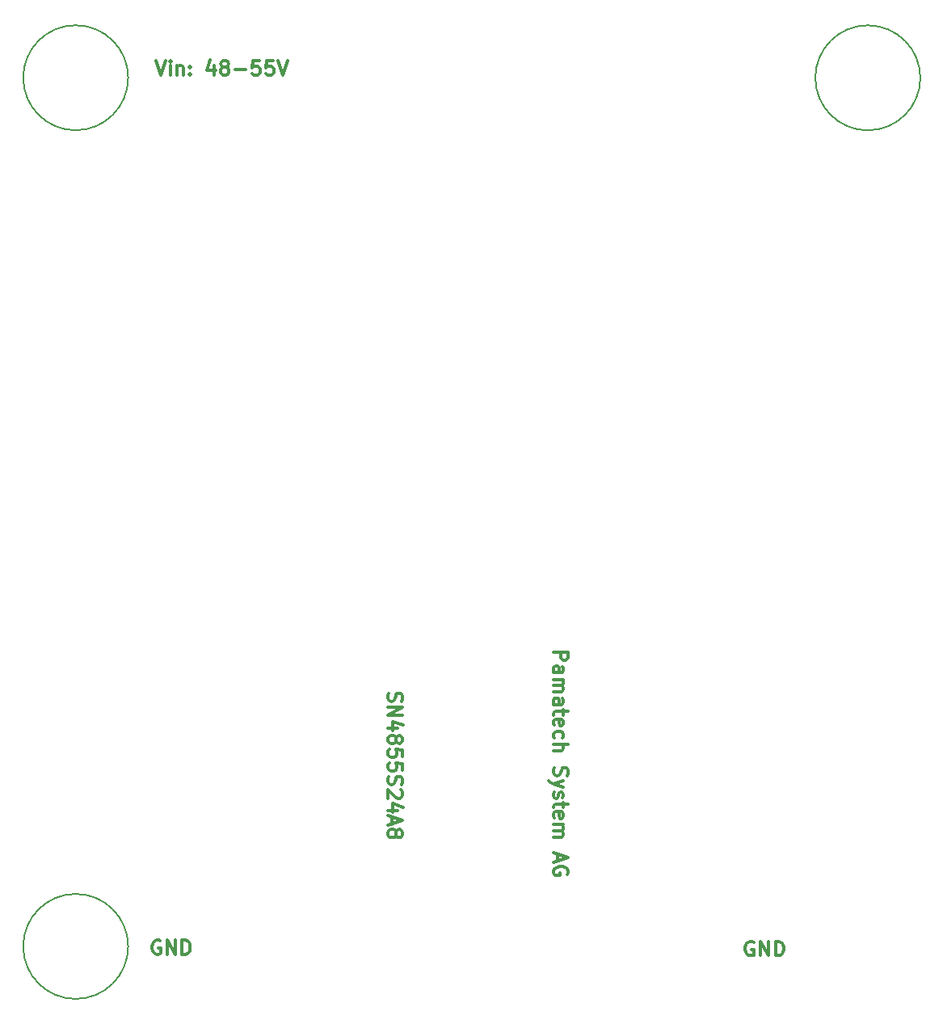
<source format=gbr>
G04 #@! TF.GenerationSoftware,KiCad,Pcbnew,(5.1.0)-1*
G04 #@! TF.CreationDate,2021-07-12T23:23:52+02:00*
G04 #@! TF.ProjectId,Magnetsteuerung_v2.1,4d61676e-6574-4737-9465-756572756e67,rev?*
G04 #@! TF.SameCoordinates,Original*
G04 #@! TF.FileFunction,Other,ECO2*
%FSLAX46Y46*%
G04 Gerber Fmt 4.6, Leading zero omitted, Abs format (unit mm)*
G04 Created by KiCad (PCBNEW (5.1.0)-1) date 2021-07-12 23:23:52*
%MOMM*%
%LPD*%
G04 APERTURE LIST*
%ADD10C,0.300000*%
%ADD11C,0.150000*%
G04 APERTURE END LIST*
D10*
X126302857Y-99968571D02*
X126231428Y-100182857D01*
X126231428Y-100540000D01*
X126302857Y-100682857D01*
X126374285Y-100754285D01*
X126517142Y-100825714D01*
X126660000Y-100825714D01*
X126802857Y-100754285D01*
X126874285Y-100682857D01*
X126945714Y-100540000D01*
X127017142Y-100254285D01*
X127088571Y-100111428D01*
X127160000Y-100040000D01*
X127302857Y-99968571D01*
X127445714Y-99968571D01*
X127588571Y-100040000D01*
X127660000Y-100111428D01*
X127731428Y-100254285D01*
X127731428Y-100611428D01*
X127660000Y-100825714D01*
X126231428Y-101468571D02*
X127731428Y-101468571D01*
X126231428Y-102325714D01*
X127731428Y-102325714D01*
X127231428Y-103682857D02*
X126231428Y-103682857D01*
X127802857Y-103325714D02*
X126731428Y-102968571D01*
X126731428Y-103897142D01*
X127088571Y-104682857D02*
X127160000Y-104540000D01*
X127231428Y-104468571D01*
X127374285Y-104397142D01*
X127445714Y-104397142D01*
X127588571Y-104468571D01*
X127660000Y-104540000D01*
X127731428Y-104682857D01*
X127731428Y-104968571D01*
X127660000Y-105111428D01*
X127588571Y-105182857D01*
X127445714Y-105254285D01*
X127374285Y-105254285D01*
X127231428Y-105182857D01*
X127160000Y-105111428D01*
X127088571Y-104968571D01*
X127088571Y-104682857D01*
X127017142Y-104540000D01*
X126945714Y-104468571D01*
X126802857Y-104397142D01*
X126517142Y-104397142D01*
X126374285Y-104468571D01*
X126302857Y-104540000D01*
X126231428Y-104682857D01*
X126231428Y-104968571D01*
X126302857Y-105111428D01*
X126374285Y-105182857D01*
X126517142Y-105254285D01*
X126802857Y-105254285D01*
X126945714Y-105182857D01*
X127017142Y-105111428D01*
X127088571Y-104968571D01*
X127731428Y-106611428D02*
X127731428Y-105897142D01*
X127017142Y-105825714D01*
X127088571Y-105897142D01*
X127160000Y-106040000D01*
X127160000Y-106397142D01*
X127088571Y-106540000D01*
X127017142Y-106611428D01*
X126874285Y-106682857D01*
X126517142Y-106682857D01*
X126374285Y-106611428D01*
X126302857Y-106540000D01*
X126231428Y-106397142D01*
X126231428Y-106040000D01*
X126302857Y-105897142D01*
X126374285Y-105825714D01*
X127731428Y-108040000D02*
X127731428Y-107325714D01*
X127017142Y-107254285D01*
X127088571Y-107325714D01*
X127160000Y-107468571D01*
X127160000Y-107825714D01*
X127088571Y-107968571D01*
X127017142Y-108040000D01*
X126874285Y-108111428D01*
X126517142Y-108111428D01*
X126374285Y-108040000D01*
X126302857Y-107968571D01*
X126231428Y-107825714D01*
X126231428Y-107468571D01*
X126302857Y-107325714D01*
X126374285Y-107254285D01*
X126302857Y-108682857D02*
X126231428Y-108897142D01*
X126231428Y-109254285D01*
X126302857Y-109397142D01*
X126374285Y-109468571D01*
X126517142Y-109540000D01*
X126660000Y-109540000D01*
X126802857Y-109468571D01*
X126874285Y-109397142D01*
X126945714Y-109254285D01*
X127017142Y-108968571D01*
X127088571Y-108825714D01*
X127160000Y-108754285D01*
X127302857Y-108682857D01*
X127445714Y-108682857D01*
X127588571Y-108754285D01*
X127660000Y-108825714D01*
X127731428Y-108968571D01*
X127731428Y-109325714D01*
X127660000Y-109540000D01*
X127588571Y-110111428D02*
X127660000Y-110182857D01*
X127731428Y-110325714D01*
X127731428Y-110682857D01*
X127660000Y-110825714D01*
X127588571Y-110897142D01*
X127445714Y-110968571D01*
X127302857Y-110968571D01*
X127088571Y-110897142D01*
X126231428Y-110040000D01*
X126231428Y-110968571D01*
X127231428Y-112254285D02*
X126231428Y-112254285D01*
X127802857Y-111897142D02*
X126731428Y-111540000D01*
X126731428Y-112468571D01*
X126660000Y-112968571D02*
X126660000Y-113682857D01*
X126231428Y-112825714D02*
X127731428Y-113325714D01*
X126231428Y-113825714D01*
X127088571Y-114540000D02*
X127160000Y-114397142D01*
X127231428Y-114325714D01*
X127374285Y-114254285D01*
X127445714Y-114254285D01*
X127588571Y-114325714D01*
X127660000Y-114397142D01*
X127731428Y-114540000D01*
X127731428Y-114825714D01*
X127660000Y-114968571D01*
X127588571Y-115040000D01*
X127445714Y-115111428D01*
X127374285Y-115111428D01*
X127231428Y-115040000D01*
X127160000Y-114968571D01*
X127088571Y-114825714D01*
X127088571Y-114540000D01*
X127017142Y-114397142D01*
X126945714Y-114325714D01*
X126802857Y-114254285D01*
X126517142Y-114254285D01*
X126374285Y-114325714D01*
X126302857Y-114397142D01*
X126231428Y-114540000D01*
X126231428Y-114825714D01*
X126302857Y-114968571D01*
X126374285Y-115040000D01*
X126517142Y-115111428D01*
X126802857Y-115111428D01*
X126945714Y-115040000D01*
X127017142Y-114968571D01*
X127088571Y-114825714D01*
X164527142Y-126040000D02*
X164384285Y-125968571D01*
X164170000Y-125968571D01*
X163955714Y-126040000D01*
X163812857Y-126182857D01*
X163741428Y-126325714D01*
X163670000Y-126611428D01*
X163670000Y-126825714D01*
X163741428Y-127111428D01*
X163812857Y-127254285D01*
X163955714Y-127397142D01*
X164170000Y-127468571D01*
X164312857Y-127468571D01*
X164527142Y-127397142D01*
X164598571Y-127325714D01*
X164598571Y-126825714D01*
X164312857Y-126825714D01*
X165241428Y-127468571D02*
X165241428Y-125968571D01*
X166098571Y-127468571D01*
X166098571Y-125968571D01*
X166812857Y-127468571D02*
X166812857Y-125968571D01*
X167170000Y-125968571D01*
X167384285Y-126040000D01*
X167527142Y-126182857D01*
X167598571Y-126325714D01*
X167670000Y-126611428D01*
X167670000Y-126825714D01*
X167598571Y-127111428D01*
X167527142Y-127254285D01*
X167384285Y-127397142D01*
X167170000Y-127468571D01*
X166812857Y-127468571D01*
X102357142Y-125920000D02*
X102214285Y-125848571D01*
X102000000Y-125848571D01*
X101785714Y-125920000D01*
X101642857Y-126062857D01*
X101571428Y-126205714D01*
X101500000Y-126491428D01*
X101500000Y-126705714D01*
X101571428Y-126991428D01*
X101642857Y-127134285D01*
X101785714Y-127277142D01*
X102000000Y-127348571D01*
X102142857Y-127348571D01*
X102357142Y-127277142D01*
X102428571Y-127205714D01*
X102428571Y-126705714D01*
X102142857Y-126705714D01*
X103071428Y-127348571D02*
X103071428Y-125848571D01*
X103928571Y-127348571D01*
X103928571Y-125848571D01*
X104642857Y-127348571D02*
X104642857Y-125848571D01*
X105000000Y-125848571D01*
X105214285Y-125920000D01*
X105357142Y-126062857D01*
X105428571Y-126205714D01*
X105500000Y-126491428D01*
X105500000Y-126705714D01*
X105428571Y-126991428D01*
X105357142Y-127134285D01*
X105214285Y-127277142D01*
X105000000Y-127348571D01*
X104642857Y-127348571D01*
X101907142Y-33728571D02*
X102407142Y-35228571D01*
X102907142Y-33728571D01*
X103407142Y-35228571D02*
X103407142Y-34228571D01*
X103407142Y-33728571D02*
X103335714Y-33800000D01*
X103407142Y-33871428D01*
X103478571Y-33800000D01*
X103407142Y-33728571D01*
X103407142Y-33871428D01*
X104121428Y-34228571D02*
X104121428Y-35228571D01*
X104121428Y-34371428D02*
X104192857Y-34300000D01*
X104335714Y-34228571D01*
X104550000Y-34228571D01*
X104692857Y-34300000D01*
X104764285Y-34442857D01*
X104764285Y-35228571D01*
X105478571Y-35085714D02*
X105550000Y-35157142D01*
X105478571Y-35228571D01*
X105407142Y-35157142D01*
X105478571Y-35085714D01*
X105478571Y-35228571D01*
X105478571Y-34300000D02*
X105550000Y-34371428D01*
X105478571Y-34442857D01*
X105407142Y-34371428D01*
X105478571Y-34300000D01*
X105478571Y-34442857D01*
X107978571Y-34228571D02*
X107978571Y-35228571D01*
X107621428Y-33657142D02*
X107264285Y-34728571D01*
X108192857Y-34728571D01*
X108978571Y-34371428D02*
X108835714Y-34300000D01*
X108764285Y-34228571D01*
X108692857Y-34085714D01*
X108692857Y-34014285D01*
X108764285Y-33871428D01*
X108835714Y-33800000D01*
X108978571Y-33728571D01*
X109264285Y-33728571D01*
X109407142Y-33800000D01*
X109478571Y-33871428D01*
X109550000Y-34014285D01*
X109550000Y-34085714D01*
X109478571Y-34228571D01*
X109407142Y-34300000D01*
X109264285Y-34371428D01*
X108978571Y-34371428D01*
X108835714Y-34442857D01*
X108764285Y-34514285D01*
X108692857Y-34657142D01*
X108692857Y-34942857D01*
X108764285Y-35085714D01*
X108835714Y-35157142D01*
X108978571Y-35228571D01*
X109264285Y-35228571D01*
X109407142Y-35157142D01*
X109478571Y-35085714D01*
X109550000Y-34942857D01*
X109550000Y-34657142D01*
X109478571Y-34514285D01*
X109407142Y-34442857D01*
X109264285Y-34371428D01*
X110192857Y-34657142D02*
X111335714Y-34657142D01*
X112764285Y-33728571D02*
X112050000Y-33728571D01*
X111978571Y-34442857D01*
X112050000Y-34371428D01*
X112192857Y-34300000D01*
X112550000Y-34300000D01*
X112692857Y-34371428D01*
X112764285Y-34442857D01*
X112835714Y-34585714D01*
X112835714Y-34942857D01*
X112764285Y-35085714D01*
X112692857Y-35157142D01*
X112550000Y-35228571D01*
X112192857Y-35228571D01*
X112050000Y-35157142D01*
X111978571Y-35085714D01*
X114192857Y-33728571D02*
X113478571Y-33728571D01*
X113407142Y-34442857D01*
X113478571Y-34371428D01*
X113621428Y-34300000D01*
X113978571Y-34300000D01*
X114121428Y-34371428D01*
X114192857Y-34442857D01*
X114264285Y-34585714D01*
X114264285Y-34942857D01*
X114192857Y-35085714D01*
X114121428Y-35157142D01*
X113978571Y-35228571D01*
X113621428Y-35228571D01*
X113478571Y-35157142D01*
X113407142Y-35085714D01*
X114692857Y-33728571D02*
X115192857Y-35228571D01*
X115692857Y-33728571D01*
X143601428Y-95687142D02*
X145101428Y-95687142D01*
X145101428Y-96258571D01*
X145030000Y-96401428D01*
X144958571Y-96472857D01*
X144815714Y-96544285D01*
X144601428Y-96544285D01*
X144458571Y-96472857D01*
X144387142Y-96401428D01*
X144315714Y-96258571D01*
X144315714Y-95687142D01*
X143601428Y-97830000D02*
X144387142Y-97830000D01*
X144530000Y-97758571D01*
X144601428Y-97615714D01*
X144601428Y-97330000D01*
X144530000Y-97187142D01*
X143672857Y-97830000D02*
X143601428Y-97687142D01*
X143601428Y-97330000D01*
X143672857Y-97187142D01*
X143815714Y-97115714D01*
X143958571Y-97115714D01*
X144101428Y-97187142D01*
X144172857Y-97330000D01*
X144172857Y-97687142D01*
X144244285Y-97830000D01*
X143601428Y-98544285D02*
X144601428Y-98544285D01*
X144458571Y-98544285D02*
X144530000Y-98615714D01*
X144601428Y-98758571D01*
X144601428Y-98972857D01*
X144530000Y-99115714D01*
X144387142Y-99187142D01*
X143601428Y-99187142D01*
X144387142Y-99187142D02*
X144530000Y-99258571D01*
X144601428Y-99401428D01*
X144601428Y-99615714D01*
X144530000Y-99758571D01*
X144387142Y-99830000D01*
X143601428Y-99830000D01*
X143601428Y-101187142D02*
X144387142Y-101187142D01*
X144530000Y-101115714D01*
X144601428Y-100972857D01*
X144601428Y-100687142D01*
X144530000Y-100544285D01*
X143672857Y-101187142D02*
X143601428Y-101044285D01*
X143601428Y-100687142D01*
X143672857Y-100544285D01*
X143815714Y-100472857D01*
X143958571Y-100472857D01*
X144101428Y-100544285D01*
X144172857Y-100687142D01*
X144172857Y-101044285D01*
X144244285Y-101187142D01*
X144601428Y-101687142D02*
X144601428Y-102258571D01*
X145101428Y-101901428D02*
X143815714Y-101901428D01*
X143672857Y-101972857D01*
X143601428Y-102115714D01*
X143601428Y-102258571D01*
X143672857Y-103330000D02*
X143601428Y-103187142D01*
X143601428Y-102901428D01*
X143672857Y-102758571D01*
X143815714Y-102687142D01*
X144387142Y-102687142D01*
X144530000Y-102758571D01*
X144601428Y-102901428D01*
X144601428Y-103187142D01*
X144530000Y-103330000D01*
X144387142Y-103401428D01*
X144244285Y-103401428D01*
X144101428Y-102687142D01*
X143672857Y-104687142D02*
X143601428Y-104544285D01*
X143601428Y-104258571D01*
X143672857Y-104115714D01*
X143744285Y-104044285D01*
X143887142Y-103972857D01*
X144315714Y-103972857D01*
X144458571Y-104044285D01*
X144530000Y-104115714D01*
X144601428Y-104258571D01*
X144601428Y-104544285D01*
X144530000Y-104687142D01*
X143601428Y-105330000D02*
X145101428Y-105330000D01*
X143601428Y-105972857D02*
X144387142Y-105972857D01*
X144530000Y-105901428D01*
X144601428Y-105758571D01*
X144601428Y-105544285D01*
X144530000Y-105401428D01*
X144458571Y-105330000D01*
X143672857Y-107758571D02*
X143601428Y-107972857D01*
X143601428Y-108330000D01*
X143672857Y-108472857D01*
X143744285Y-108544285D01*
X143887142Y-108615714D01*
X144030000Y-108615714D01*
X144172857Y-108544285D01*
X144244285Y-108472857D01*
X144315714Y-108330000D01*
X144387142Y-108044285D01*
X144458571Y-107901428D01*
X144530000Y-107830000D01*
X144672857Y-107758571D01*
X144815714Y-107758571D01*
X144958571Y-107830000D01*
X145030000Y-107901428D01*
X145101428Y-108044285D01*
X145101428Y-108401428D01*
X145030000Y-108615714D01*
X144601428Y-109115714D02*
X143601428Y-109472857D01*
X144601428Y-109830000D02*
X143601428Y-109472857D01*
X143244285Y-109330000D01*
X143172857Y-109258571D01*
X143101428Y-109115714D01*
X143672857Y-110330000D02*
X143601428Y-110472857D01*
X143601428Y-110758571D01*
X143672857Y-110901428D01*
X143815714Y-110972857D01*
X143887142Y-110972857D01*
X144030000Y-110901428D01*
X144101428Y-110758571D01*
X144101428Y-110544285D01*
X144172857Y-110401428D01*
X144315714Y-110330000D01*
X144387142Y-110330000D01*
X144530000Y-110401428D01*
X144601428Y-110544285D01*
X144601428Y-110758571D01*
X144530000Y-110901428D01*
X144601428Y-111401428D02*
X144601428Y-111972857D01*
X145101428Y-111615714D02*
X143815714Y-111615714D01*
X143672857Y-111687142D01*
X143601428Y-111830000D01*
X143601428Y-111972857D01*
X143672857Y-113044285D02*
X143601428Y-112901428D01*
X143601428Y-112615714D01*
X143672857Y-112472857D01*
X143815714Y-112401428D01*
X144387142Y-112401428D01*
X144530000Y-112472857D01*
X144601428Y-112615714D01*
X144601428Y-112901428D01*
X144530000Y-113044285D01*
X144387142Y-113115714D01*
X144244285Y-113115714D01*
X144101428Y-112401428D01*
X143601428Y-113758571D02*
X144601428Y-113758571D01*
X144458571Y-113758571D02*
X144530000Y-113830000D01*
X144601428Y-113972857D01*
X144601428Y-114187142D01*
X144530000Y-114330000D01*
X144387142Y-114401428D01*
X143601428Y-114401428D01*
X144387142Y-114401428D02*
X144530000Y-114472857D01*
X144601428Y-114615714D01*
X144601428Y-114830000D01*
X144530000Y-114972857D01*
X144387142Y-115044285D01*
X143601428Y-115044285D01*
X144030000Y-116830000D02*
X144030000Y-117544285D01*
X143601428Y-116687142D02*
X145101428Y-117187142D01*
X143601428Y-117687142D01*
X145030000Y-118972857D02*
X145101428Y-118830000D01*
X145101428Y-118615714D01*
X145030000Y-118401428D01*
X144887142Y-118258571D01*
X144744285Y-118187142D01*
X144458571Y-118115714D01*
X144244285Y-118115714D01*
X143958571Y-118187142D01*
X143815714Y-118258571D01*
X143672857Y-118401428D01*
X143601428Y-118615714D01*
X143601428Y-118758571D01*
X143672857Y-118972857D01*
X143744285Y-119044285D01*
X144244285Y-119044285D01*
X144244285Y-118758571D01*
D11*
X182000000Y-35510000D02*
G75*
G03X182000000Y-35510000I-5500000J0D01*
G01*
X99000000Y-126500000D02*
G75*
G03X99000000Y-126500000I-5500000J0D01*
G01*
X99000000Y-35500000D02*
G75*
G03X99000000Y-35500000I-5500000J0D01*
G01*
M02*

</source>
